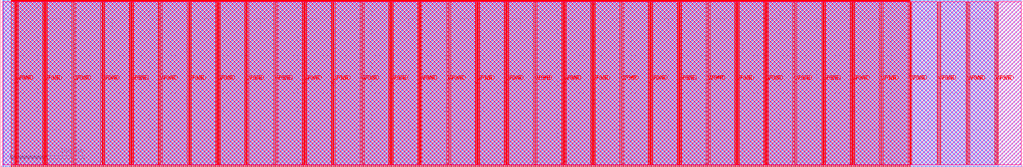
<source format=lef>
VERSION 5.7 ;
  NOWIREEXTENSIONATPIN ON ;
  DIVIDERCHAR "/" ;
  BUSBITCHARS "[]" ;
MACRO tt_um_kianV_rv32ima_uLinux_SoC
  CLASS BLOCK ;
  FOREIGN tt_um_kianV_rv32ima_uLinux_SoC ;
  ORIGIN 0.000 0.000 ;
  SIZE 1378.160 BY 225.760 ;
  PIN VGND
    DIRECTION INOUT ;
    USE GROUND ;
    PORT
      LAYER met4 ;
        RECT 21.580 2.480 23.180 223.280 ;
    END
    PORT
      LAYER met4 ;
        RECT 60.450 2.480 62.050 223.280 ;
    END
    PORT
      LAYER met4 ;
        RECT 99.320 2.480 100.920 223.280 ;
    END
    PORT
      LAYER met4 ;
        RECT 138.190 2.480 139.790 223.280 ;
    END
    PORT
      LAYER met4 ;
        RECT 177.060 2.480 178.660 223.280 ;
    END
    PORT
      LAYER met4 ;
        RECT 215.930 2.480 217.530 223.280 ;
    END
    PORT
      LAYER met4 ;
        RECT 254.800 2.480 256.400 223.280 ;
    END
    PORT
      LAYER met4 ;
        RECT 293.670 2.480 295.270 223.280 ;
    END
    PORT
      LAYER met4 ;
        RECT 332.540 2.480 334.140 223.280 ;
    END
    PORT
      LAYER met4 ;
        RECT 371.410 2.480 373.010 223.280 ;
    END
    PORT
      LAYER met4 ;
        RECT 410.280 2.480 411.880 223.280 ;
    END
    PORT
      LAYER met4 ;
        RECT 449.150 2.480 450.750 223.280 ;
    END
    PORT
      LAYER met4 ;
        RECT 488.020 2.480 489.620 223.280 ;
    END
    PORT
      LAYER met4 ;
        RECT 526.890 2.480 528.490 223.280 ;
    END
    PORT
      LAYER met4 ;
        RECT 565.760 2.480 567.360 223.280 ;
    END
    PORT
      LAYER met4 ;
        RECT 604.630 2.480 606.230 223.280 ;
    END
    PORT
      LAYER met4 ;
        RECT 643.500 2.480 645.100 223.280 ;
    END
    PORT
      LAYER met4 ;
        RECT 682.370 2.480 683.970 223.280 ;
    END
    PORT
      LAYER met4 ;
        RECT 721.240 2.480 722.840 223.280 ;
    END
    PORT
      LAYER met4 ;
        RECT 760.110 2.480 761.710 223.280 ;
    END
    PORT
      LAYER met4 ;
        RECT 798.980 2.480 800.580 223.280 ;
    END
    PORT
      LAYER met4 ;
        RECT 837.850 2.480 839.450 223.280 ;
    END
    PORT
      LAYER met4 ;
        RECT 876.720 2.480 878.320 223.280 ;
    END
    PORT
      LAYER met4 ;
        RECT 915.590 2.480 917.190 223.280 ;
    END
    PORT
      LAYER met4 ;
        RECT 954.460 2.480 956.060 223.280 ;
    END
    PORT
      LAYER met4 ;
        RECT 993.330 2.480 994.930 223.280 ;
    END
    PORT
      LAYER met4 ;
        RECT 1032.200 2.480 1033.800 223.280 ;
    END
    PORT
      LAYER met4 ;
        RECT 1071.070 2.480 1072.670 223.280 ;
    END
    PORT
      LAYER met4 ;
        RECT 1109.940 2.480 1111.540 223.280 ;
    END
    PORT
      LAYER met4 ;
        RECT 1148.810 2.480 1150.410 223.280 ;
    END
    PORT
      LAYER met4 ;
        RECT 1187.680 2.480 1189.280 223.280 ;
    END
    PORT
      LAYER met4 ;
        RECT 1226.550 2.480 1228.150 223.280 ;
    END
    PORT
      LAYER met4 ;
        RECT 1265.420 2.480 1267.020 223.280 ;
    END
    PORT
      LAYER met4 ;
        RECT 1304.290 2.480 1305.890 223.280 ;
    END
    PORT
      LAYER met4 ;
        RECT 1343.160 2.480 1344.760 223.280 ;
    END
  END VGND
  PIN VPWR
    DIRECTION INOUT ;
    USE POWER ;
    PORT
      LAYER met4 ;
        RECT 18.280 2.480 19.880 223.280 ;
    END
    PORT
      LAYER met4 ;
        RECT 57.150 2.480 58.750 223.280 ;
    END
    PORT
      LAYER met4 ;
        RECT 96.020 2.480 97.620 223.280 ;
    END
    PORT
      LAYER met4 ;
        RECT 134.890 2.480 136.490 223.280 ;
    END
    PORT
      LAYER met4 ;
        RECT 173.760 2.480 175.360 223.280 ;
    END
    PORT
      LAYER met4 ;
        RECT 212.630 2.480 214.230 223.280 ;
    END
    PORT
      LAYER met4 ;
        RECT 251.500 2.480 253.100 223.280 ;
    END
    PORT
      LAYER met4 ;
        RECT 290.370 2.480 291.970 223.280 ;
    END
    PORT
      LAYER met4 ;
        RECT 329.240 2.480 330.840 223.280 ;
    END
    PORT
      LAYER met4 ;
        RECT 368.110 2.480 369.710 223.280 ;
    END
    PORT
      LAYER met4 ;
        RECT 406.980 2.480 408.580 223.280 ;
    END
    PORT
      LAYER met4 ;
        RECT 445.850 2.480 447.450 223.280 ;
    END
    PORT
      LAYER met4 ;
        RECT 484.720 2.480 486.320 223.280 ;
    END
    PORT
      LAYER met4 ;
        RECT 523.590 2.480 525.190 223.280 ;
    END
    PORT
      LAYER met4 ;
        RECT 562.460 2.480 564.060 223.280 ;
    END
    PORT
      LAYER met4 ;
        RECT 601.330 2.480 602.930 223.280 ;
    END
    PORT
      LAYER met4 ;
        RECT 640.200 2.480 641.800 223.280 ;
    END
    PORT
      LAYER met4 ;
        RECT 679.070 2.480 680.670 223.280 ;
    END
    PORT
      LAYER met4 ;
        RECT 717.940 2.480 719.540 223.280 ;
    END
    PORT
      LAYER met4 ;
        RECT 756.810 2.480 758.410 223.280 ;
    END
    PORT
      LAYER met4 ;
        RECT 795.680 2.480 797.280 223.280 ;
    END
    PORT
      LAYER met4 ;
        RECT 834.550 2.480 836.150 223.280 ;
    END
    PORT
      LAYER met4 ;
        RECT 873.420 2.480 875.020 223.280 ;
    END
    PORT
      LAYER met4 ;
        RECT 912.290 2.480 913.890 223.280 ;
    END
    PORT
      LAYER met4 ;
        RECT 951.160 2.480 952.760 223.280 ;
    END
    PORT
      LAYER met4 ;
        RECT 990.030 2.480 991.630 223.280 ;
    END
    PORT
      LAYER met4 ;
        RECT 1028.900 2.480 1030.500 223.280 ;
    END
    PORT
      LAYER met4 ;
        RECT 1067.770 2.480 1069.370 223.280 ;
    END
    PORT
      LAYER met4 ;
        RECT 1106.640 2.480 1108.240 223.280 ;
    END
    PORT
      LAYER met4 ;
        RECT 1145.510 2.480 1147.110 223.280 ;
    END
    PORT
      LAYER met4 ;
        RECT 1184.380 2.480 1185.980 223.280 ;
    END
    PORT
      LAYER met4 ;
        RECT 1223.250 2.480 1224.850 223.280 ;
    END
    PORT
      LAYER met4 ;
        RECT 1262.120 2.480 1263.720 223.280 ;
    END
    PORT
      LAYER met4 ;
        RECT 1300.990 2.480 1302.590 223.280 ;
    END
    PORT
      LAYER met4 ;
        RECT 1339.860 2.480 1341.460 223.280 ;
    END
  END VPWR
  PIN clk
    DIRECTION INPUT ;
    USE SIGNAL ;
    ANTENNAGATEAREA 0.852000 ;
    PORT
      LAYER met4 ;
        RECT 143.830 224.760 144.130 225.760 ;
    END
  END clk
  PIN ena
    DIRECTION INPUT ;
    USE SIGNAL ;
    PORT
      LAYER met4 ;
        RECT 146.590 224.760 146.890 225.760 ;
    END
  END ena
  PIN rst_n
    DIRECTION INPUT ;
    USE SIGNAL ;
    ANTENNAGATEAREA 0.213000 ;
    PORT
      LAYER met4 ;
        RECT 141.070 224.760 141.370 225.760 ;
    END
  END rst_n
  PIN ui_in[0]
    DIRECTION INPUT ;
    USE SIGNAL ;
    PORT
      LAYER met4 ;
        RECT 138.310 224.760 138.610 225.760 ;
    END
  END ui_in[0]
  PIN ui_in[1]
    DIRECTION INPUT ;
    USE SIGNAL ;
    PORT
      LAYER met4 ;
        RECT 135.550 224.760 135.850 225.760 ;
    END
  END ui_in[1]
  PIN ui_in[2]
    DIRECTION INPUT ;
    USE SIGNAL ;
    ANTENNAGATEAREA 0.247500 ;
    PORT
      LAYER met4 ;
        RECT 132.790 224.760 133.090 225.760 ;
    END
  END ui_in[2]
  PIN ui_in[3]
    DIRECTION INPUT ;
    USE SIGNAL ;
    ANTENNAGATEAREA 0.159000 ;
    PORT
      LAYER met4 ;
        RECT 130.030 224.760 130.330 225.760 ;
    END
  END ui_in[3]
  PIN ui_in[4]
    DIRECTION INPUT ;
    USE SIGNAL ;
    PORT
      LAYER met4 ;
        RECT 127.270 224.760 127.570 225.760 ;
    END
  END ui_in[4]
  PIN ui_in[5]
    DIRECTION INPUT ;
    USE SIGNAL ;
    PORT
      LAYER met4 ;
        RECT 124.510 224.760 124.810 225.760 ;
    END
  END ui_in[5]
  PIN ui_in[6]
    DIRECTION INPUT ;
    USE SIGNAL ;
    PORT
      LAYER met4 ;
        RECT 121.750 224.760 122.050 225.760 ;
    END
  END ui_in[6]
  PIN ui_in[7]
    DIRECTION INPUT ;
    USE SIGNAL ;
    PORT
      LAYER met4 ;
        RECT 118.990 224.760 119.290 225.760 ;
    END
  END ui_in[7]
  PIN uio_in[0]
    DIRECTION INPUT ;
    USE SIGNAL ;
    PORT
      LAYER met4 ;
        RECT 116.230 224.760 116.530 225.760 ;
    END
  END uio_in[0]
  PIN uio_in[1]
    DIRECTION INPUT ;
    USE SIGNAL ;
    ANTENNAGATEAREA 0.213000 ;
    PORT
      LAYER met4 ;
        RECT 113.470 224.760 113.770 225.760 ;
    END
  END uio_in[1]
  PIN uio_in[2]
    DIRECTION INPUT ;
    USE SIGNAL ;
    ANTENNAGATEAREA 0.213000 ;
    PORT
      LAYER met4 ;
        RECT 110.710 224.760 111.010 225.760 ;
    END
  END uio_in[2]
  PIN uio_in[3]
    DIRECTION INPUT ;
    USE SIGNAL ;
    PORT
      LAYER met4 ;
        RECT 107.950 224.760 108.250 225.760 ;
    END
  END uio_in[3]
  PIN uio_in[4]
    DIRECTION INPUT ;
    USE SIGNAL ;
    ANTENNAGATEAREA 0.213000 ;
    PORT
      LAYER met4 ;
        RECT 105.190 224.760 105.490 225.760 ;
    END
  END uio_in[4]
  PIN uio_in[5]
    DIRECTION INPUT ;
    USE SIGNAL ;
    ANTENNAGATEAREA 0.213000 ;
    PORT
      LAYER met4 ;
        RECT 102.430 224.760 102.730 225.760 ;
    END
  END uio_in[5]
  PIN uio_in[6]
    DIRECTION INPUT ;
    USE SIGNAL ;
    PORT
      LAYER met4 ;
        RECT 99.670 224.760 99.970 225.760 ;
    END
  END uio_in[6]
  PIN uio_in[7]
    DIRECTION INPUT ;
    USE SIGNAL ;
    PORT
      LAYER met4 ;
        RECT 96.910 224.760 97.210 225.760 ;
    END
  END uio_in[7]
  PIN uio_oe[0]
    DIRECTION OUTPUT ;
    USE SIGNAL ;
    PORT
      LAYER met4 ;
        RECT 49.990 224.760 50.290 225.760 ;
    END
  END uio_oe[0]
  PIN uio_oe[1]
    DIRECTION OUTPUT ;
    USE SIGNAL ;
    ANTENNAGATEAREA 0.247500 ;
    ANTENNADIFFAREA 0.445500 ;
    PORT
      LAYER met4 ;
        RECT 47.230 224.760 47.530 225.760 ;
    END
  END uio_oe[1]
  PIN uio_oe[2]
    DIRECTION OUTPUT ;
    USE SIGNAL ;
    ANTENNADIFFAREA 0.445500 ;
    PORT
      LAYER met4 ;
        RECT 44.470 224.760 44.770 225.760 ;
    END
  END uio_oe[2]
  PIN uio_oe[3]
    DIRECTION OUTPUT ;
    USE SIGNAL ;
    PORT
      LAYER met4 ;
        RECT 41.710 224.760 42.010 225.760 ;
    END
  END uio_oe[3]
  PIN uio_oe[4]
    DIRECTION OUTPUT ;
    USE SIGNAL ;
    ANTENNADIFFAREA 0.445500 ;
    PORT
      LAYER met4 ;
        RECT 38.950 224.760 39.250 225.760 ;
    END
  END uio_oe[4]
  PIN uio_oe[5]
    DIRECTION OUTPUT ;
    USE SIGNAL ;
    ANTENNAGATEAREA 0.565500 ;
    ANTENNADIFFAREA 0.891000 ;
    PORT
      LAYER met4 ;
        RECT 36.190 224.760 36.490 225.760 ;
    END
  END uio_oe[5]
  PIN uio_oe[6]
    DIRECTION OUTPUT ;
    USE SIGNAL ;
    PORT
      LAYER met4 ;
        RECT 33.430 224.760 33.730 225.760 ;
    END
  END uio_oe[6]
  PIN uio_oe[7]
    DIRECTION OUTPUT ;
    USE SIGNAL ;
    PORT
      LAYER met4 ;
        RECT 30.670 224.760 30.970 225.760 ;
    END
  END uio_oe[7]
  PIN uio_out[0]
    DIRECTION OUTPUT ;
    USE SIGNAL ;
    ANTENNAGATEAREA 0.247500 ;
    ANTENNADIFFAREA 0.891000 ;
    PORT
      LAYER met4 ;
        RECT 72.070 224.760 72.370 225.760 ;
    END
  END uio_out[0]
  PIN uio_out[1]
    DIRECTION OUTPUT ;
    USE SIGNAL ;
    ANTENNADIFFAREA 0.445500 ;
    PORT
      LAYER met4 ;
        RECT 69.310 224.760 69.610 225.760 ;
    END
  END uio_out[1]
  PIN uio_out[2]
    DIRECTION OUTPUT ;
    USE SIGNAL ;
    ANTENNADIFFAREA 0.445500 ;
    PORT
      LAYER met4 ;
        RECT 66.550 224.760 66.850 225.760 ;
    END
  END uio_out[2]
  PIN uio_out[3]
    DIRECTION OUTPUT ;
    USE SIGNAL ;
    ANTENNADIFFAREA 0.445500 ;
    PORT
      LAYER met4 ;
        RECT 63.790 224.760 64.090 225.760 ;
    END
  END uio_out[3]
  PIN uio_out[4]
    DIRECTION OUTPUT ;
    USE SIGNAL ;
    ANTENNADIFFAREA 0.445500 ;
    PORT
      LAYER met4 ;
        RECT 61.030 224.760 61.330 225.760 ;
    END
  END uio_out[4]
  PIN uio_out[5]
    DIRECTION OUTPUT ;
    USE SIGNAL ;
    ANTENNADIFFAREA 0.445500 ;
    PORT
      LAYER met4 ;
        RECT 58.270 224.760 58.570 225.760 ;
    END
  END uio_out[5]
  PIN uio_out[6]
    DIRECTION OUTPUT ;
    USE SIGNAL ;
    ANTENNAGATEAREA 0.247500 ;
    ANTENNADIFFAREA 0.891000 ;
    PORT
      LAYER met4 ;
        RECT 55.510 224.760 55.810 225.760 ;
    END
  END uio_out[6]
  PIN uio_out[7]
    DIRECTION OUTPUT ;
    USE SIGNAL ;
    PORT
      LAYER met4 ;
        RECT 52.750 224.760 53.050 225.760 ;
    END
  END uio_out[7]
  PIN uo_out[0]
    DIRECTION OUTPUT ;
    USE SIGNAL ;
    ANTENNADIFFAREA 1.336500 ;
    PORT
      LAYER met4 ;
        RECT 94.150 224.760 94.450 225.760 ;
    END
  END uo_out[0]
  PIN uo_out[1]
    DIRECTION OUTPUT ;
    USE SIGNAL ;
    ANTENNADIFFAREA 1.336500 ;
    PORT
      LAYER met4 ;
        RECT 91.390 224.760 91.690 225.760 ;
    END
  END uo_out[1]
  PIN uo_out[2]
    DIRECTION OUTPUT ;
    USE SIGNAL ;
    ANTENNADIFFAREA 1.590400 ;
    PORT
      LAYER met4 ;
        RECT 88.630 224.760 88.930 225.760 ;
    END
  END uo_out[2]
  PIN uo_out[3]
    DIRECTION OUTPUT ;
    USE SIGNAL ;
    ANTENNADIFFAREA 0.891000 ;
    PORT
      LAYER met4 ;
        RECT 85.870 224.760 86.170 225.760 ;
    END
  END uo_out[3]
  PIN uo_out[4]
    DIRECTION OUTPUT ;
    USE SIGNAL ;
    ANTENNADIFFAREA 0.445500 ;
    PORT
      LAYER met4 ;
        RECT 83.110 224.760 83.410 225.760 ;
    END
  END uo_out[4]
  PIN uo_out[5]
    DIRECTION OUTPUT ;
    USE SIGNAL ;
    ANTENNADIFFAREA 0.891000 ;
    PORT
      LAYER met4 ;
        RECT 80.350 224.760 80.650 225.760 ;
    END
  END uo_out[5]
  PIN uo_out[6]
    DIRECTION OUTPUT ;
    USE SIGNAL ;
    ANTENNADIFFAREA 1.590400 ;
    PORT
      LAYER met4 ;
        RECT 77.590 224.760 77.890 225.760 ;
    END
  END uo_out[6]
  PIN uo_out[7]
    DIRECTION OUTPUT ;
    USE SIGNAL ;
    ANTENNADIFFAREA 0.891000 ;
    PORT
      LAYER met4 ;
        RECT 74.830 224.760 75.130 225.760 ;
    END
  END uo_out[7]
  OBS
      LAYER nwell ;
        RECT 2.570 2.635 1375.590 223.230 ;
      LAYER li1 ;
        RECT 2.760 2.635 1375.400 223.125 ;
      LAYER met1 ;
        RECT 2.760 0.040 1375.400 225.040 ;
      LAYER met2 ;
        RECT 3.320 0.010 1344.730 225.070 ;
      LAYER met3 ;
        RECT 4.205 0.175 1344.750 224.905 ;
      LAYER met4 ;
        RECT 14.095 224.360 30.270 224.905 ;
        RECT 31.370 224.360 33.030 224.905 ;
        RECT 34.130 224.360 35.790 224.905 ;
        RECT 36.890 224.360 38.550 224.905 ;
        RECT 39.650 224.360 41.310 224.905 ;
        RECT 42.410 224.360 44.070 224.905 ;
        RECT 45.170 224.360 46.830 224.905 ;
        RECT 47.930 224.360 49.590 224.905 ;
        RECT 50.690 224.360 52.350 224.905 ;
        RECT 53.450 224.360 55.110 224.905 ;
        RECT 56.210 224.360 57.870 224.905 ;
        RECT 58.970 224.360 60.630 224.905 ;
        RECT 61.730 224.360 63.390 224.905 ;
        RECT 64.490 224.360 66.150 224.905 ;
        RECT 67.250 224.360 68.910 224.905 ;
        RECT 70.010 224.360 71.670 224.905 ;
        RECT 72.770 224.360 74.430 224.905 ;
        RECT 75.530 224.360 77.190 224.905 ;
        RECT 78.290 224.360 79.950 224.905 ;
        RECT 81.050 224.360 82.710 224.905 ;
        RECT 83.810 224.360 85.470 224.905 ;
        RECT 86.570 224.360 88.230 224.905 ;
        RECT 89.330 224.360 90.990 224.905 ;
        RECT 92.090 224.360 93.750 224.905 ;
        RECT 94.850 224.360 96.510 224.905 ;
        RECT 97.610 224.360 99.270 224.905 ;
        RECT 100.370 224.360 102.030 224.905 ;
        RECT 103.130 224.360 104.790 224.905 ;
        RECT 105.890 224.360 107.550 224.905 ;
        RECT 108.650 224.360 110.310 224.905 ;
        RECT 111.410 224.360 113.070 224.905 ;
        RECT 114.170 224.360 115.830 224.905 ;
        RECT 116.930 224.360 118.590 224.905 ;
        RECT 119.690 224.360 121.350 224.905 ;
        RECT 122.450 224.360 124.110 224.905 ;
        RECT 125.210 224.360 126.870 224.905 ;
        RECT 127.970 224.360 129.630 224.905 ;
        RECT 130.730 224.360 132.390 224.905 ;
        RECT 133.490 224.360 135.150 224.905 ;
        RECT 136.250 224.360 137.910 224.905 ;
        RECT 139.010 224.360 140.670 224.905 ;
        RECT 141.770 224.360 143.430 224.905 ;
        RECT 144.530 224.360 146.190 224.905 ;
        RECT 147.290 224.360 1226.065 224.905 ;
        RECT 14.095 223.680 1226.065 224.360 ;
        RECT 14.095 2.080 17.880 223.680 ;
        RECT 20.280 2.080 21.180 223.680 ;
        RECT 23.580 2.080 56.750 223.680 ;
        RECT 59.150 2.080 60.050 223.680 ;
        RECT 62.450 2.080 95.620 223.680 ;
        RECT 98.020 2.080 98.920 223.680 ;
        RECT 101.320 2.080 134.490 223.680 ;
        RECT 136.890 2.080 137.790 223.680 ;
        RECT 140.190 2.080 173.360 223.680 ;
        RECT 175.760 2.080 176.660 223.680 ;
        RECT 179.060 2.080 212.230 223.680 ;
        RECT 214.630 2.080 215.530 223.680 ;
        RECT 217.930 2.080 251.100 223.680 ;
        RECT 253.500 2.080 254.400 223.680 ;
        RECT 256.800 2.080 289.970 223.680 ;
        RECT 292.370 2.080 293.270 223.680 ;
        RECT 295.670 2.080 328.840 223.680 ;
        RECT 331.240 2.080 332.140 223.680 ;
        RECT 334.540 2.080 367.710 223.680 ;
        RECT 370.110 2.080 371.010 223.680 ;
        RECT 373.410 2.080 406.580 223.680 ;
        RECT 408.980 2.080 409.880 223.680 ;
        RECT 412.280 2.080 445.450 223.680 ;
        RECT 447.850 2.080 448.750 223.680 ;
        RECT 451.150 2.080 484.320 223.680 ;
        RECT 486.720 2.080 487.620 223.680 ;
        RECT 490.020 2.080 523.190 223.680 ;
        RECT 525.590 2.080 526.490 223.680 ;
        RECT 528.890 2.080 562.060 223.680 ;
        RECT 564.460 2.080 565.360 223.680 ;
        RECT 567.760 2.080 600.930 223.680 ;
        RECT 603.330 2.080 604.230 223.680 ;
        RECT 606.630 2.080 639.800 223.680 ;
        RECT 642.200 2.080 643.100 223.680 ;
        RECT 645.500 2.080 678.670 223.680 ;
        RECT 681.070 2.080 681.970 223.680 ;
        RECT 684.370 2.080 717.540 223.680 ;
        RECT 719.940 2.080 720.840 223.680 ;
        RECT 723.240 2.080 756.410 223.680 ;
        RECT 758.810 2.080 759.710 223.680 ;
        RECT 762.110 2.080 795.280 223.680 ;
        RECT 797.680 2.080 798.580 223.680 ;
        RECT 800.980 2.080 834.150 223.680 ;
        RECT 836.550 2.080 837.450 223.680 ;
        RECT 839.850 2.080 873.020 223.680 ;
        RECT 875.420 2.080 876.320 223.680 ;
        RECT 878.720 2.080 911.890 223.680 ;
        RECT 914.290 2.080 915.190 223.680 ;
        RECT 917.590 2.080 950.760 223.680 ;
        RECT 953.160 2.080 954.060 223.680 ;
        RECT 956.460 2.080 989.630 223.680 ;
        RECT 992.030 2.080 992.930 223.680 ;
        RECT 995.330 2.080 1028.500 223.680 ;
        RECT 1030.900 2.080 1031.800 223.680 ;
        RECT 1034.200 2.080 1067.370 223.680 ;
        RECT 1069.770 2.080 1070.670 223.680 ;
        RECT 1073.070 2.080 1106.240 223.680 ;
        RECT 1108.640 2.080 1109.540 223.680 ;
        RECT 1111.940 2.080 1145.110 223.680 ;
        RECT 1147.510 2.080 1148.410 223.680 ;
        RECT 1150.810 2.080 1183.980 223.680 ;
        RECT 1186.380 2.080 1187.280 223.680 ;
        RECT 1189.680 2.080 1222.850 223.680 ;
        RECT 1225.250 2.080 1226.065 223.680 ;
        RECT 14.095 0.175 1226.065 2.080 ;
  END
END tt_um_kianV_rv32ima_uLinux_SoC
END LIBRARY


</source>
